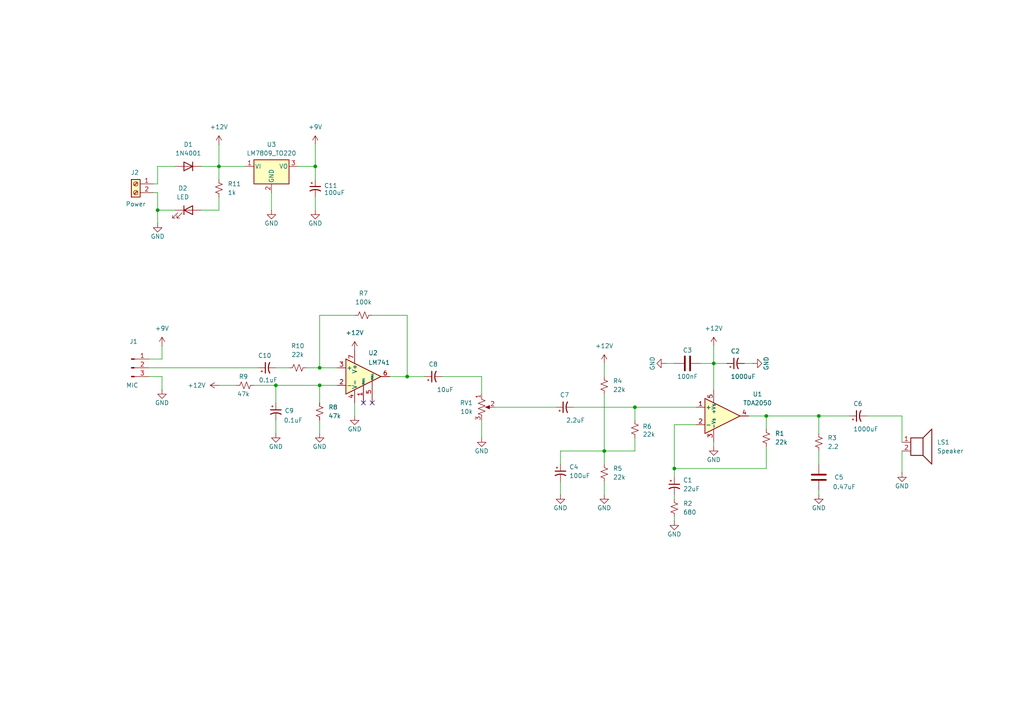
<source format=kicad_sch>
(kicad_sch (version 20231120) (generator "eeschema") (generator_version "8.0")
  (paper "A4")
  (lib_symbols
    (symbol "Amplifier_Audio:TDA2050" (pin_names (offset 0.127))
      (property "Reference" "U" (at 3.81 6.35 0))
      (property "Value" "TDA2050" (at 3.81 3.81 0))
      (symbol "TDA2050_0_1"
        (polyline (pts (xy -5.08 5.08) (xy 5.08 0) (xy -5.08 -5.08) (xy -5.08 5.08)) (stroke (width 0.254)) (fill (type background)))
      )
      (symbol "TDA2050_1_1"
        (pin input line (at -7.62 2.54 0) (length 2.54) (name "+") (number "1"))
        (pin input line (at -7.62 -2.54 0) (length 2.54) (name "-") (number "2"))
        (pin power_in line (at -2.54 -7.62 90) (length 3.81) (name "-Vs") (number "3"))
        (pin output line (at 7.62 0 180) (length 2.54) (name "~") (number "4"))
        (pin power_in line (at -2.54 7.62 270) (length 3.81) (name "+Vs") (number "5"))
      )
    )
    (symbol "Amplifier_Operational:LM741" (pin_names (offset 0.127))
      (property "Reference" "U" (at 0 6.35 0))
      (property "Value" "LM741" (at 0 3.81 0))
      (symbol "LM741_0_1"
        (polyline (pts (xy -5.08 5.08) (xy 5.08 0) (xy -5.08 -5.08) (xy -5.08 5.08)) (stroke (width 0.254)) (fill (type background)))
      )
      (symbol "LM741_1_1"
        (pin input line (at 0 -7.62 90) (length 5.08) (name "NULL") (number "1"))
        (pin input line (at -7.62 -2.54 0) (length 2.54) (name "-") (number "2"))
        (pin input line (at -7.62 2.54 0) (length 2.54) (name "+") (number "3"))
        (pin power_in line (at -2.54 -7.62 90) (length 3.81) (name "V-") (number "4"))
        (pin input line (at 2.54 -7.62 90) (length 6.35) (name "NULL") (number "5"))
        (pin output line (at 7.62 0 180) (length 2.54) (name "~") (number "6"))
        (pin power_in line (at -2.54 7.62 270) (length 3.81) (name "V+") (number "7"))
        (pin no_connect line (at 0 2.54 270) (length 2.54) hide (name "NC") (number "8"))
      )
    )
    (symbol "Connector:Conn_01x03_Pin" (pin_names (offset 1.016) hide)
      (property "Reference" "J" (at 0 5.08 0))
      (property "Value" "Conn_01x03_Pin" (at 0 -5.08 0))
      (symbol "Conn_01x03_Pin_1_1"
        (polyline (pts (xy 1.27 -2.54) (xy 0.8636 -2.54)) (stroke (width 0.1524)))
        (polyline (pts (xy 1.27 0) (xy 0.8636 0)) (stroke (width 0.1524)))
        (polyline (pts (xy 1.27 2.54) (xy 0.8636 2.54)) (stroke (width 0.1524)))
        (rectangle (start 0.8636 -2.413) (end 0 -2.667) (stroke (width 0.1524)) (fill (type outline)))
        (rectangle (start 0.8636 0.127) (end 0 -0.127) (stroke (width 0.1524)) (fill (type outline)))
        (rectangle (start 0.8636 2.667) (end 0 2.413) (stroke (width 0.1524)) (fill (type outline)))
        (pin passive line (at 5.08 2.54 180) (length 3.81) (name "Pin_1") (number "1"))
        (pin passive line (at 5.08 0 180) (length 3.81) (name "Pin_2") (number "2"))
        (pin passive line (at 5.08 -2.54 180) (length 3.81) (name "Pin_3") (number "3"))
      )
    )
    (symbol "Connector:Screw_Terminal_01x02" (pin_names (offset 1.016) hide)
      (property "Reference" "J" (at 0 2.54 0))
      (property "Value" "Screw_Terminal_01x02" (at 0 -5.08 0))
      (symbol "Screw_Terminal_01x02_1_1"
        (rectangle (start -1.27 1.27) (end 1.27 -3.81) (stroke (width 0.254)) (fill (type background)))
        (circle (center 0 -2.54) (radius 0.635) (stroke (width 0.1524)))
        (polyline (pts (xy -0.5334 -2.2098) (xy 0.3302 -3.048)) (stroke (width 0.1524)))
        (polyline (pts (xy -0.5334 0.3302) (xy 0.3302 -0.508)) (stroke (width 0.1524)))
        (polyline (pts (xy -0.3556 -2.032) (xy 0.508 -2.8702)) (stroke (width 0.1524)))
        (polyline (pts (xy -0.3556 0.508) (xy 0.508 -0.3302)) (stroke (width 0.1524)))
        (circle (center 0 0) (radius 0.635) (stroke (width 0.1524)))
        (pin passive line (at -5.08 0 0) (length 3.81) (name "Pin_1") (number "1"))
        (pin passive line (at -5.08 -2.54 0) (length 3.81) (name "Pin_2") (number "2"))
      )
    )
    (symbol "Device:C" (pin_numbers hide) (pin_names (offset 0.254))
      (property "Reference" "C" (at 0.635 2.54 0))
      (property "Value" "C" (at 0.635 -2.54 0))
      (symbol "C_0_1"
        (polyline (pts (xy -2.032 -0.762) (xy 2.032 -0.762)) (stroke (width 0.508)))
        (polyline (pts (xy -2.032 0.762) (xy 2.032 0.762)) (stroke (width 0.508)))
      )
      (symbol "C_1_1"
        (pin passive line (at 0 3.81 270) (length 2.794) (name "~") (number "1"))
        (pin passive line (at 0 -3.81 90) (length 2.794) (name "~") (number "2"))
      )
    )
    (symbol "Device:C_Polarized_Small_US" (pin_numbers hide) (pin_names (offset 0.254) hide)
      (property "Reference" "C" (at 0.254 1.778 0))
      (property "Value" "C_Polarized_Small_US" (at 0.254 -2.032 0))
      (symbol "C_Polarized_Small_US_0_1"
        (polyline (pts (xy -1.524 0.508) (xy 1.524 0.508)) (stroke (width 0.3048)))
        (polyline (pts (xy -1.27 1.524) (xy -0.762 1.524)))
        (polyline (pts (xy -1.016 1.27) (xy -1.016 1.778)))
        (arc (start 1.524 -0.762) (mid 0 -0.3734) (end -1.524 -0.762) (stroke (width 0.3048)))
      )
      (symbol "C_Polarized_Small_US_1_1"
        (pin passive line (at 0 2.54 270) (length 2.032) (name "~") (number "1"))
        (pin passive line (at 0 -2.54 90) (length 2.032) (name "~") (number "2"))
      )
    )
    (symbol "Device:LED" (pin_numbers hide) (pin_names (offset 1.016) hide)
      (property "Reference" "D" (at 0 2.54 0))
      (property "Value" "LED" (at 0 -2.54 0))
      (symbol "LED_0_1"
        (polyline (pts (xy -1.27 -1.27) (xy -1.27 1.27)) (stroke (width 0.254)))
        (polyline (pts (xy -1.27 0) (xy 1.27 0)))
        (polyline (pts (xy 1.27 -1.27) (xy 1.27 1.27) (xy -1.27 0) (xy 1.27 -1.27)) (stroke (width 0.254)))
        (polyline (pts (xy -3.048 -0.762) (xy -4.572 -2.286) (xy -3.81 -2.286) (xy -4.572 -2.286) (xy -4.572 -1.524)))
        (polyline (pts (xy -1.778 -0.762) (xy -3.302 -2.286) (xy -2.54 -2.286) (xy -3.302 -2.286) (xy -3.302 -1.524)))
      )
      (symbol "LED_1_1"
        (pin passive line (at -3.81 0 0) (length 2.54) (name "K") (number "1"))
        (pin passive line (at 3.81 0 180) (length 2.54) (name "A") (number "2"))
      )
    )
    (symbol "Device:R_Potentiometer_US" (pin_names (offset 1.016) hide)
      (property "Reference" "RV" (at -4.445 0 90))
      (property "Value" "R_Potentiometer_US" (at -2.54 0 90))
      (symbol "R_Potentiometer_US_0_1"
        (polyline (pts (xy 0 -2.286) (xy 0 -2.54)))
        (polyline (pts (xy 0 2.54) (xy 0 2.286)))
        (polyline (pts (xy 2.54 0) (xy 1.524 0)))
        (polyline (pts (xy 1.143 0) (xy 2.286 0.508) (xy 2.286 -0.508) (xy 1.143 0)) (fill (type outline)))
        (polyline (pts (xy 0 -0.762) (xy 1.016 -1.143) (xy 0 -1.524) (xy -1.016 -1.905) (xy 0 -2.286)))
        (polyline (pts (xy 0 0.762) (xy 1.016 0.381) (xy 0 0) (xy -1.016 -0.381) (xy 0 -0.762)))
        (polyline (pts (xy 0 2.286) (xy 1.016 1.905) (xy 0 1.524) (xy -1.016 1.143) (xy 0 0.762)))
      )
      (symbol "R_Potentiometer_US_1_1"
        (pin passive line (at 0 3.81 270) (length 1.27) (name "1") (number "1"))
        (pin passive line (at 3.81 0 180) (length 1.27) (name "2") (number "2"))
        (pin passive line (at 0 -3.81 90) (length 1.27) (name "3") (number "3"))
      )
    )
    (symbol "Device:R_Small_US" (pin_numbers hide) (pin_names (offset 0.254) hide)
      (property "Reference" "R" (at 0.762 0.508 0))
      (property "Value" "R_Small_US" (at 0.762 -1.016 0))
      (symbol "R_Small_US_1_1"
        (polyline (pts (xy 0 0) (xy 1.016 -0.381) (xy 0 -0.762) (xy -1.016 -1.143) (xy 0 -1.524)))
        (polyline (pts (xy 0 1.524) (xy 1.016 1.143) (xy 0 0.762) (xy -1.016 0.381) (xy 0 0)))
        (pin passive line (at 0 2.54 270) (length 1.016) (name "~") (number "1"))
        (pin passive line (at 0 -2.54 90) (length 1.016) (name "~") (number "2"))
      )
    )
    (symbol "Device:Speaker" (pin_names (offset 0) hide)
      (property "Reference" "LS" (at 1.27 5.715 0))
      (property "Value" "Speaker" (at 1.27 3.81 0))
      (symbol "Speaker_0_0"
        (rectangle (start -2.54 1.27) (end 1.016 -3.81) (stroke (width 0.254)))
        (polyline (pts (xy 1.016 1.27) (xy 3.556 3.81) (xy 3.556 -6.35) (xy 1.016 -3.81)) (stroke (width 0.254)))
      )
      (symbol "Speaker_1_1"
        (pin input line (at -5.08 0 0) (length 2.54) (name "1") (number "1"))
        (pin input line (at -5.08 -2.54 0) (length 2.54) (name "2") (number "2"))
      )
    )
    (symbol "Diode:1N4001" (pin_numbers hide) (pin_names hide)
      (property "Reference" "D" (at 0 2.54 0))
      (property "Value" "1N4001" (at 0 -2.54 0))
      (symbol "1N4001_0_1"
        (polyline (pts (xy -1.27 1.27) (xy -1.27 -1.27)) (stroke (width 0.254)))
        (polyline (pts (xy 1.27 0) (xy -1.27 0)))
        (polyline (pts (xy 1.27 1.27) (xy 1.27 -1.27) (xy -1.27 0) (xy 1.27 1.27)) (stroke (width 0.254)))
      )
      (symbol "1N4001_1_1"
        (pin passive line (at -3.81 0 0) (length 2.54) (name "K") (number "1"))
        (pin passive line (at 3.81 0 180) (length 2.54) (name "A") (number "2"))
      )
    )
    (symbol "Regulator_Linear:LM7809_TO220" (pin_names (offset 0.254))
      (property "Reference" "U" (at -3.81 3.175 0))
      (property "Value" "LM7809_TO220" (at 0 3.175 0))
      (symbol "LM7809_TO220_0_1"
        (rectangle (start -5.08 1.905) (end 5.08 -5.08) (stroke (width 0.254)) (fill (type background)))
      )
      (symbol "LM7809_TO220_1_1"
        (pin power_in line (at -7.62 0 0) (length 2.54) (name "VI") (number "1"))
        (pin power_in line (at 0 -7.62 90) (length 2.54) (name "GND") (number "2"))
        (pin power_out line (at 7.62 0 180) (length 2.54) (name "VO") (number "3"))
      )
    )
    (symbol "power:+12V" (power) (pin_numbers hide) (pin_names (offset 0) hide)
      (property "Value" "+12V" (at 0 3.556 0))
      (symbol "+12V_0_1"
        (polyline (pts (xy -0.762 1.27) (xy 0 2.54)))
        (polyline (pts (xy 0 0) (xy 0 2.54)))
        (polyline (pts (xy 0 2.54) (xy 0.762 1.27)))
      )
      (symbol "+12V_1_1"
        (pin power_in line (at 0 0 90) (length 0) (name "~") (number "1"))
      )
    )
    (symbol "power:GND" (power) (pin_numbers hide) (pin_names (offset 0) hide)
      (property "Value" "GND" (at 0 -3.81 0))
      (symbol "GND_0_1"
        (polyline (pts (xy 0 0) (xy 0 -1.27) (xy 1.27 -1.27) (xy 0 -2.54) (xy -1.27 -1.27) (xy 0 -1.27)))
      )
      (symbol "GND_1_1"
        (pin power_in line (at 0 0 270) (length 0) (name "~") (number "1"))
      )
    )
  )
  (junction (at 45.72 60.96))
  (junction (at 237.49 120.65))
  (junction (at 91.44 48.26))
  (junction (at 80.01 111.76))
  (junction (at 195.58 135.89))
  (junction (at 63.5 48.26))
  (junction (at 175.26 130.81))
  (junction (at 207.01 105.41))
  (junction (at 184.15 118.11))
  (junction (at 92.71 111.76))
  (junction (at 92.71 106.68))
  (junction (at 118.11 109.22))
  (junction (at 222.25 120.65))
  (no_connect (at 107.95 116.84))
  (no_connect (at 105.41 116.84))
  (wire (pts (xy 175.26 114.3) (xy 175.26 130.81)))
  (wire (pts (xy 128.27 109.22) (xy 139.7 109.22)))
  (wire (pts (xy 184.15 118.11) (xy 184.15 121.92)))
  (wire (pts (xy 162.56 134.62) (xy 162.56 130.81)))
  (wire (pts (xy 50.8 60.96) (xy 45.72 60.96)))
  (wire (pts (xy 92.71 121.92) (xy 92.71 125.73)))
  (wire (pts (xy 46.99 109.22) (xy 43.18 109.22)))
  (wire (pts (xy 143.51 118.11) (xy 161.29 118.11)))
  (wire (pts (xy 207.01 105.41) (xy 207.01 113.03)))
  (wire (pts (xy 166.37 118.11) (xy 184.15 118.11)))
  (wire (pts (xy 162.56 130.81) (xy 175.26 130.81)))
  (wire (pts (xy 203.2 105.41) (xy 207.01 105.41)))
  (wire (pts (xy 195.58 123.19) (xy 201.93 123.19)))
  (wire (pts (xy 251.46 120.65) (xy 261.62 120.65)))
  (wire (pts (xy 139.7 121.92) (xy 139.7 127)))
  (wire (pts (xy 88.9 106.68) (xy 92.71 106.68)))
  (wire (pts (xy 222.25 120.65) (xy 237.49 120.65)))
  (wire (pts (xy 222.25 120.65) (xy 222.25 124.46)))
  (wire (pts (xy 237.49 120.65) (xy 237.49 125.73)))
  (wire (pts (xy 222.25 135.89) (xy 195.58 135.89)))
  (wire (pts (xy 80.01 106.68) (xy 83.82 106.68)))
  (wire (pts (xy 195.58 149.86) (xy 195.58 151.13)))
  (wire (pts (xy 118.11 91.44) (xy 118.11 109.22)))
  (wire (pts (xy 80.01 111.76) (xy 80.01 116.84)))
  (wire (pts (xy 222.25 129.54) (xy 222.25 135.89)))
  (wire (pts (xy 63.5 57.15) (xy 63.5 60.96)))
  (wire (pts (xy 207.01 105.41) (xy 210.82 105.41)))
  (wire (pts (xy 44.45 53.34) (xy 45.72 53.34)))
  (wire (pts (xy 175.26 130.81) (xy 184.15 130.81)))
  (wire (pts (xy 237.49 130.81) (xy 237.49 134.62)))
  (wire (pts (xy 92.71 111.76) (xy 92.71 116.84)))
  (wire (pts (xy 184.15 118.11) (xy 201.93 118.11)))
  (wire (pts (xy 63.5 41.91) (xy 63.5 48.26)))
  (wire (pts (xy 113.03 109.22) (xy 118.11 109.22)))
  (wire (pts (xy 217.17 120.65) (xy 222.25 120.65)))
  (wire (pts (xy 195.58 143.51) (xy 195.58 144.78)))
  (wire (pts (xy 261.62 130.81) (xy 261.62 137.16)))
  (wire (pts (xy 261.62 120.65) (xy 261.62 128.27)))
  (wire (pts (xy 43.18 106.68) (xy 74.93 106.68)))
  (wire (pts (xy 46.99 113.03) (xy 46.99 109.22)))
  (wire (pts (xy 215.9 105.41) (xy 218.44 105.41)))
  (wire (pts (xy 63.5 60.96) (xy 58.42 60.96)))
  (wire (pts (xy 175.26 139.7) (xy 175.26 143.51)))
  (wire (pts (xy 139.7 109.22) (xy 139.7 114.3)))
  (wire (pts (xy 46.99 104.14) (xy 43.18 104.14)))
  (wire (pts (xy 71.12 48.26) (xy 63.5 48.26)))
  (wire (pts (xy 78.74 55.88) (xy 78.74 60.96)))
  (wire (pts (xy 193.04 105.41) (xy 195.58 105.41)))
  (wire (pts (xy 207.01 100.33) (xy 207.01 105.41)))
  (wire (pts (xy 91.44 41.91) (xy 91.44 48.26)))
  (wire (pts (xy 195.58 135.89) (xy 195.58 123.19)))
  (wire (pts (xy 45.72 60.96) (xy 45.72 55.88)))
  (wire (pts (xy 80.01 111.76) (xy 92.71 111.76)))
  (wire (pts (xy 45.72 55.88) (xy 44.45 55.88)))
  (wire (pts (xy 91.44 48.26) (xy 91.44 52.07)))
  (wire (pts (xy 73.66 111.76) (xy 80.01 111.76)))
  (wire (pts (xy 92.71 91.44) (xy 92.71 106.68)))
  (wire (pts (xy 80.01 121.92) (xy 80.01 125.73)))
  (wire (pts (xy 63.5 48.26) (xy 63.5 52.07)))
  (wire (pts (xy 102.87 116.84) (xy 102.87 120.65)))
  (wire (pts (xy 97.79 111.76) (xy 92.71 111.76)))
  (wire (pts (xy 91.44 57.15) (xy 91.44 60.96)))
  (wire (pts (xy 45.72 48.26) (xy 50.8 48.26)))
  (wire (pts (xy 86.36 48.26) (xy 91.44 48.26)))
  (wire (pts (xy 237.49 120.65) (xy 246.38 120.65)))
  (wire (pts (xy 175.26 130.81) (xy 175.26 134.62)))
  (wire (pts (xy 45.72 60.96) (xy 45.72 64.77)))
  (wire (pts (xy 184.15 127) (xy 184.15 130.81)))
  (wire (pts (xy 107.95 91.44) (xy 118.11 91.44)))
  (wire (pts (xy 92.71 106.68) (xy 97.79 106.68)))
  (wire (pts (xy 63.5 111.76) (xy 68.58 111.76)))
  (wire (pts (xy 46.99 100.33) (xy 46.99 104.14)))
  (wire (pts (xy 237.49 142.24) (xy 237.49 143.51)))
  (wire (pts (xy 118.11 109.22) (xy 123.19 109.22)))
  (wire (pts (xy 207.01 128.27) (xy 207.01 129.54)))
  (wire (pts (xy 175.26 105.41) (xy 175.26 109.22)))
  (wire (pts (xy 195.58 135.89) (xy 195.58 138.43)))
  (wire (pts (xy 45.72 53.34) (xy 45.72 48.26)))
  (wire (pts (xy 58.42 48.26) (xy 63.5 48.26)))
  (wire (pts (xy 102.87 91.44) (xy 92.71 91.44)))
  (wire (pts (xy 162.56 139.7) (xy 162.56 143.51)))
  (symbol (lib_id "power:+12V") (at 102.87 101.6 0) (unit 1)
    (property "Reference" "#PWR012" (effects (hide yes)))
    (property "Value" "+12V" (at 102.87 96.52 0))
    (property "Description" "Power symbol creates a global label with name \"+12V\"" (effects (hide yes)))
  )
  (symbol (lib_id "Device:R_Small_US") (at 237.49 128.27 0) (unit 1)
    (property "Reference" "R3" (at 240.03 126.9999 0) (effects (justify left)))
    (property "Value" "2.2" (at 240.03 129.5399 0) (effects (justify left)))
    (property "Footprint" "Resistor_THT:R_Axial_DIN0207_L6.3mm_D2.5mm_P10.16mm_Horizontal" (effects (hide yes)))
    (property "Description" "Resistor, small US symbol" (effects (hide yes)))
  )
  (symbol (lib_id "Device:C") (at 237.49 138.43 0) (unit 1)
    (property "Reference" "C5" (at 243.332 138.43 0))
    (property "Value" "0.47uF" (at 244.856 141.224 0))
    (property "Footprint" "Capacitor_THT:C_Disc_D3.8mm_W2.6mm_P2.50mm" (effects (hide yes)))
    (property "Description" "Unpolarized capacitor" (effects (hide yes)))
  )
  (symbol (lib_id "Device:R_Small_US") (at 86.36 106.68 90) (unit 1)
    (property "Reference" "R10" (at 86.36 100.33 90))
    (property "Value" "22k" (at 86.36 102.87 90))
    (property "Footprint" "Resistor_THT:R_Axial_DIN0207_L6.3mm_D2.5mm_P10.16mm_Horizontal" (effects (hide yes)))
    (property "Description" "Resistor, small US symbol" (effects (hide yes)))
  )
  (symbol (lib_id "Connector:Conn_01x03_Pin") (at 38.1 106.68 0) (unit 1)
    (property "Reference" "J1" (at 38.735 99.06 0))
    (property "Value" "MIC" (at 38.354 111.76 0))
    (property "Footprint" "Connector_PinHeader_2.54mm:PinHeader_1x03_P2.54mm_Horizontal" (effects (hide yes)))
    (property "Description" "Generic connector, single row, 01x03, script generated" (effects (hide yes)))
  )
  (symbol (lib_id "power:GND") (at 46.99 113.03 0) (unit 1)
    (property "Reference" "#PWR017" (effects (hide yes)))
    (property "Value" "GND" (at 46.99 116.84 0))
    (property "Description" "Power symbol creates a global label with name \"GND\" , ground" (effects (hide yes)))
  )
  (symbol (lib_id "Device:C_Polarized_Small_US") (at 162.56 137.16 0) (unit 1)
    (property "Reference" "C4" (at 165.1 135.4581 0) (effects (justify left)))
    (property "Value" "100uF" (at 165.1 137.9981 0) (effects (justify left)))
    (property "Footprint" "Capacitor_THT:CP_Radial_D5.0mm_P2.50mm" (effects (hide yes)))
    (property "Description" "Polarized capacitor, small US symbol" (effects (hide yes)))
  )
  (symbol (lib_id "Amplifier_Audio:TDA2050") (at 209.55 120.65 0) (unit 1)
    (property "Reference" "U1" (at 219.71 114.3314 0))
    (property "Value" "TDA2050" (at 219.71 116.8714 0))
    (property "Footprint" "Package_TO_SOT_THT:TO-220-5_P3.4x3.7mm_StaggerOdd_Lead3.8mm_Vertical" (effects (hide yes)))
    (property "Datasheet" "http://www.st.com/resource/en/datasheet/cd00000131.pdf" (effects (hide yes)))
    (property "Description" "32W Hi-Fi Audio Amplifier, TO-220-5" (effects (hide yes)))
  )
  (symbol (lib_id "power:GND") (at 162.56 143.51 0) (unit 1)
    (property "Reference" "#PWR07" (effects (hide yes)))
    (property "Value" "GND" (at 162.56 147.32 0))
    (property "Description" "Power symbol creates a global label with name \"GND\" , ground" (effects (hide yes)))
  )
  (symbol (lib_id "power:+12V") (at 91.44 41.91 0) (unit 1)
    (property "Reference" "#PWR022" (effects (hide yes)))
    (property "Value" "+9V" (at 91.44 36.83 0))
    (property "Description" "Power symbol creates a global label with name \"+12V\"" (effects (hide yes)))
  )
  (symbol (lib_id "Device:R_Small_US") (at 222.25 127 0) (unit 1)
    (property "Reference" "R1" (at 224.79 125.7299 0) (effects (justify left)))
    (property "Value" "22k" (at 224.79 128.2699 0) (effects (justify left)))
    (property "Footprint" "Resistor_THT:R_Axial_DIN0207_L6.3mm_D2.5mm_P10.16mm_Horizontal" (effects (hide yes)))
    (property "Description" "Resistor, small US symbol" (effects (hide yes)))
  )
  (symbol (lib_id "Device:R_Small_US") (at 175.26 111.76 0) (unit 1)
    (property "Reference" "R4" (at 177.8 110.4899 0) (effects (justify left)))
    (property "Value" "22k" (at 177.8 113.0299 0) (effects (justify left)))
    (property "Footprint" "Resistor_THT:R_Axial_DIN0207_L6.3mm_D2.5mm_P10.16mm_Horizontal" (effects (hide yes)))
    (property "Description" "Resistor, small US symbol" (effects (hide yes)))
  )
  (symbol (lib_id "Device:R_Small_US") (at 71.12 111.76 90) (unit 1)
    (property "Reference" "R9" (at 70.612 109.22 90))
    (property "Value" "47k" (at 70.612 114.3 90))
    (property "Footprint" "Resistor_THT:R_Axial_DIN0207_L6.3mm_D2.5mm_P10.16mm_Horizontal" (effects (hide yes)))
    (property "Description" "Resistor, small US symbol" (effects (hide yes)))
  )
  (symbol (lib_id "Device:R_Small_US") (at 92.71 119.38 0) (unit 1)
    (property "Reference" "R8" (at 95.25 118.1099 0) (effects (justify left)))
    (property "Value" "47k" (at 95.25 120.6499 0) (effects (justify left)))
    (property "Footprint" "Resistor_THT:R_Axial_DIN0207_L6.3mm_D2.5mm_P10.16mm_Horizontal" (effects (hide yes)))
    (property "Description" "Resistor, small US symbol" (effects (hide yes)))
  )
  (symbol (lib_id "Device:LED") (at 54.61 60.96 0) (unit 1)
    (property "Reference" "D2" (at 53.0225 54.61 0))
    (property "Value" "LED" (at 53.0225 57.15 0))
    (property "Footprint" "LED_THT:LED_D3.0mm_Clear" (effects (hide yes)))
    (property "Description" "Light emitting diode" (effects (hide yes)))
  )
  (symbol (lib_id "Connector:Screw_Terminal_01x02") (at 39.37 53.34 0) (mirror y) (unit 1)
    (property "Reference" "J2" (at 39.116 50.038 0))
    (property "Value" "Power" (at 39.37 59.182 0))
    (property "Footprint" "TerminalBlock:TerminalBlock_bornier-2_P5.08mm" (effects (hide yes)))
    (property "Description" "Generic screw terminal, single row, 01x02, script generated (kicad-library-utils/schlib/autogen/connector/)" (effects (hide yes)))
  )
  (symbol (lib_id "power:GND") (at 218.44 105.41 90) (unit 1)
    (property "Reference" "#PWR03" (effects (hide yes)))
    (property "Value" "GND" (at 222.25 105.41 0))
    (property "Description" "Power symbol creates a global label with name \"GND\" , ground" (effects (hide yes)))
  )
  (symbol (lib_id "Device:C_Polarized_Small_US") (at 163.83 118.11 90) (unit 1)
    (property "Reference" "C7" (at 165.1 114.554 90) (effects (justify left)))
    (property "Value" "2.2uF" (at 169.672 121.92 90) (effects (justify left)))
    (property "Footprint" "Capacitor_THT:CP_Radial_D5.0mm_P2.50mm" (effects (hide yes)))
    (property "Description" "Polarized capacitor, small US symbol" (effects (hide yes)))
  )
  (symbol (lib_id "Regulator_Linear:LM7809_TO220") (at 78.74 48.26 0) (unit 1)
    (property "Reference" "U3" (at 78.74 41.91 0))
    (property "Value" "LM7809_TO220" (at 78.74 44.45 0))
    (property "Footprint" "Package_TO_SOT_THT:TO-220-3_Vertical" (effects (hide yes)))
    (property "Datasheet" "https://www.onsemi.cn/PowerSolutions/document/MC7800-D.PDF" (effects (hide yes)))
    (property "Description" "Positive 1A 35V Linear Regulator, Fixed Output 9V, TO-220" (effects (hide yes)))
  )
  (symbol (lib_id "Device:R_Small_US") (at 184.15 124.46 180) (unit 1)
    (property "Reference" "R6" (at 187.706 123.698 0))
    (property "Value" "22k" (at 188.214 125.984 0))
    (property "Footprint" "Resistor_THT:R_Axial_DIN0207_L6.3mm_D2.5mm_P10.16mm_Horizontal" (effects (hide yes)))
    (property "Description" "Resistor, small US symbol" (effects (hide yes)))
  )
  (symbol (lib_id "Device:R_Small_US") (at 175.26 137.16 0) (unit 1)
    (property "Reference" "R5" (at 177.8 135.8899 0) (effects (justify left)))
    (property "Value" "22k" (at 177.8 138.4299 0) (effects (justify left)))
    (property "Footprint" "Resistor_THT:R_Axial_DIN0207_L6.3mm_D2.5mm_P10.16mm_Horizontal" (effects (hide yes)))
    (property "Description" "Resistor, small US symbol" (effects (hide yes)))
  )
  (symbol (lib_id "power:+12V") (at 63.5 111.76 90) (unit 1)
    (property "Reference" "#PWR015" (effects (hide yes)))
    (property "Value" "+12V" (at 59.69 111.7599 90) (effects (justify left)))
    (property "Description" "Power symbol creates a global label with name \"+12V\"" (effects (hide yes)))
  )
  (symbol (lib_id "power:GND") (at 195.58 151.13 0) (unit 1)
    (property "Reference" "#PWR02" (effects (hide yes)))
    (property "Value" "GND" (at 195.58 154.94 0))
    (property "Description" "Power symbol creates a global label with name \"GND\" , ground" (effects (hide yes)))
  )
  (symbol (lib_id "power:GND") (at 139.7 127 0) (unit 1)
    (property "Reference" "#PWR011" (effects (hide yes)))
    (property "Value" "GND" (at 139.7 130.81 0))
    (property "Description" "Power symbol creates a global label with name \"GND\" , ground" (effects (hide yes)))
  )
  (symbol (lib_id "Device:C_Polarized_Small_US") (at 213.36 105.41 90) (unit 1)
    (property "Reference" "C2" (at 214.63 101.854 90) (effects (justify left)))
    (property "Value" "1000uF" (at 219.202 109.22 90) (effects (justify left)))
    (property "Footprint" "Capacitor_THT:CP_Radial_D6.3mm_P2.50mm" (effects (hide yes)))
    (property "Description" "Polarized capacitor, small US symbol" (effects (hide yes)))
  )
  (symbol (lib_id "power:GND") (at 261.62 137.16 0) (unit 1)
    (property "Reference" "#PWR010" (effects (hide yes)))
    (property "Value" "GND" (at 261.62 140.97 0))
    (property "Description" "Power symbol creates a global label with name \"GND\" , ground" (effects (hide yes)))
  )
  (symbol (lib_id "Device:C_Polarized_Small_US") (at 125.73 109.22 90) (unit 1)
    (property "Reference" "C8" (at 127 105.664 90) (effects (justify left)))
    (property "Value" "10uF" (at 131.572 113.03 90) (effects (justify left)))
    (property "Footprint" "Capacitor_THT:CP_Radial_D5.0mm_P2.50mm" (effects (hide yes)))
    (property "Description" "Polarized capacitor, small US symbol" (effects (hide yes)))
  )
  (symbol (lib_id "power:GND") (at 92.71 125.73 0) (unit 1)
    (property "Reference" "#PWR014" (effects (hide yes)))
    (property "Value" "GND" (at 92.71 129.54 0))
    (property "Description" "Power symbol creates a global label with name \"GND\" , ground" (effects (hide yes)))
  )
  (symbol (lib_id "power:+12V") (at 63.5 41.91 0) (unit 1)
    (property "Reference" "#PWR021" (effects (hide yes)))
    (property "Value" "+12V" (at 63.5 36.83 0))
    (property "Description" "Power symbol creates a global label with name \"+12V\"" (effects (hide yes)))
  )
  (symbol (lib_id "power:GND") (at 175.26 143.51 0) (unit 1)
    (property "Reference" "#PWR06" (effects (hide yes)))
    (property "Value" "GND" (at 175.26 147.32 0))
    (property "Description" "Power symbol creates a global label with name \"GND\" , ground" (effects (hide yes)))
  )
  (symbol (lib_id "Amplifier_Operational:LM741") (at 105.41 109.22 0) (unit 1)
    (property "Reference" "U2" (at 108.204 102.362 0))
    (property "Value" "LM741" (at 109.982 105.156 0))
    (property "Footprint" "Package_DIP:DIP-8_W7.62mm_LongPads" (effects (hide yes)))
    (property "Datasheet" "http://www.ti.com/lit/ds/symlink/lm741.pdf" (effects (hide yes)))
    (property "Description" "Operational Amplifier, DIP-8/TO-99-8" (effects (hide yes)))
  )
  (symbol (lib_id "power:GND") (at 193.04 105.41 270) (unit 1)
    (property "Reference" "#PWR05" (effects (hide yes)))
    (property "Value" "GND" (at 189.23 105.41 0))
    (property "Description" "Power symbol creates a global label with name \"GND\" , ground" (effects (hide yes)))
  )
  (symbol (lib_id "Device:R_Small_US") (at 105.41 91.44 90) (unit 1)
    (property "Reference" "R7" (at 105.41 85.09 90))
    (property "Value" "100k" (at 105.41 87.63 90))
    (property "Footprint" "Resistor_THT:R_Axial_DIN0207_L6.3mm_D2.5mm_P10.16mm_Horizontal" (effects (hide yes)))
    (property "Description" "Resistor, small US symbol" (effects (hide yes)))
  )
  (symbol (lib_id "power:+12V") (at 207.01 100.33 0) (unit 1)
    (property "Reference" "#PWR04" (effects (hide yes)))
    (property "Value" "+12V" (at 207.01 95.25 0))
    (property "Description" "Power symbol creates a global label with name \"+12V\"" (effects (hide yes)))
  )
  (symbol (lib_id "Device:C_Polarized_Small_US") (at 91.44 54.61 0) (unit 1)
    (property "Reference" "C11" (at 93.98 53.848 0) (effects (justify left)))
    (property "Value" "100uF" (at 93.98 55.88 0) (effects (justify left)))
    (property "Footprint" "Capacitor_THT:CP_Radial_D5.0mm_P2.50mm" (effects (hide yes)))
    (property "Description" "Polarized capacitor, small US symbol" (effects (hide yes)))
  )
  (symbol (lib_id "Device:C_Polarized_Small_US") (at 80.01 119.38 0) (unit 1)
    (property "Reference" "C9" (at 82.55 119.126 0) (effects (justify left)))
    (property "Value" "0.1uF" (at 82.296 121.92 0) (effects (justify left)))
    (property "Footprint" "Capacitor_THT:CP_Radial_D5.0mm_P2.50mm" (effects (hide yes)))
    (property "Description" "Polarized capacitor, small US symbol" (effects (hide yes)))
  )
  (symbol (lib_id "Device:R_Small_US") (at 195.58 147.32 0) (unit 1)
    (property "Reference" "R2" (at 198.12 146.0499 0) (effects (justify left)))
    (property "Value" "680" (at 198.12 148.5899 0) (effects (justify left)))
    (property "Footprint" "Resistor_THT:R_Axial_DIN0207_L6.3mm_D2.5mm_P10.16mm_Horizontal" (effects (hide yes)))
    (property "Description" "Resistor, small US symbol" (effects (hide yes)))
  )
  (symbol (lib_id "Device:R_Small_US") (at 63.5 54.61 180) (unit 1)
    (property "Reference" "R11" (at 66.04 53.3399 0) (effects (justify right)))
    (property "Value" "1k" (at 66.04 55.8799 0) (effects (justify right)))
    (property "Footprint" "Resistor_THT:R_Axial_DIN0207_L6.3mm_D2.5mm_P10.16mm_Horizontal" (effects (hide yes)))
    (property "Description" "Resistor, small US symbol" (effects (hide yes)))
  )
  (symbol (lib_id "power:GND") (at 78.74 60.96 0) (unit 1)
    (property "Reference" "#PWR019" (effects (hide yes)))
    (property "Value" "GND" (at 78.74 64.77 0))
    (property "Description" "Power symbol creates a global label with name \"GND\" , ground" (effects (hide yes)))
  )
  (symbol (lib_id "Device:C") (at 199.39 105.41 90) (unit 1)
    (property "Reference" "C3" (at 199.39 101.6 90))
    (property "Value" "100nF" (at 199.39 109.22 90))
    (property "Footprint" "Capacitor_THT:C_Disc_D3.8mm_W2.6mm_P2.50mm" (effects (hide yes)))
    (property "Description" "Unpolarized capacitor" (effects (hide yes)))
  )
  (symbol (lib_id "Device:C_Polarized_Small_US") (at 77.47 106.68 90) (unit 1)
    (property "Reference" "C10" (at 78.74 103.124 90) (effects (justify left)))
    (property "Value" "0.1uF" (at 80.518 110.236 90) (effects (justify left)))
    (property "Footprint" "Capacitor_THT:CP_Radial_D5.0mm_P2.50mm" (effects (hide yes)))
    (property "Description" "Polarized capacitor, small US symbol" (effects (hide yes)))
  )
  (symbol (lib_id "power:+12V") (at 46.99 100.33 0) (unit 1)
    (property "Reference" "#PWR023" (effects (hide yes)))
    (property "Value" "+9V" (at 46.99 95.25 0))
    (property "Description" "Power symbol creates a global label with name \"+12V\"" (effects (hide yes)))
  )
  (symbol (lib_id "Device:C_Polarized_Small_US") (at 248.92 120.65 90) (unit 1)
    (property "Reference" "C6" (at 250.19 117.094 90) (effects (justify left)))
    (property "Value" "1000uF" (at 254.762 124.46 90) (effects (justify left)))
    (property "Footprint" "Capacitor_THT:CP_Radial_D5.0mm_P2.50mm" (effects (hide yes)))
    (property "Description" "Polarized capacitor, small US symbol" (effects (hide yes)))
  )
  (symbol (lib_id "Diode:1N4001") (at 54.61 48.26 180) (unit 1)
    (property "Reference" "D1" (at 54.61 41.91 0))
    (property "Value" "1N4001" (at 54.61 44.45 0))
    (property "Footprint" "Diode_THT:D_DO-41_SOD81_P10.16mm_Horizontal" (effects (hide yes)))
    (property "Datasheet" "http://www.vishay.com/docs/88503/1n4001.pdf" (effects (hide yes)))
    (property "Description" "50V 1A General Purpose Rectifier Diode, DO-41" (effects (hide yes)))
    (property "Sim.Device" "D" (effects (hide yes)))
    (property "Sim.Pins" "1=K 2=A" (effects (hide yes)))
  )
  (symbol (lib_id "power:GND") (at 80.01 125.73 0) (unit 1)
    (property "Reference" "#PWR016" (effects (hide yes)))
    (property "Value" "GND" (at 80.01 129.54 0))
    (property "Description" "Power symbol creates a global label with name \"GND\" , ground" (effects (hide yes)))
  )
  (symbol (lib_id "power:GND") (at 237.49 143.51 0) (unit 1)
    (property "Reference" "#PWR09" (effects (hide yes)))
    (property "Value" "GND" (at 237.49 147.32 0))
    (property "Description" "Power symbol creates a global label with name \"GND\" , ground" (effects (hide yes)))
  )
  (symbol (lib_id "power:GND") (at 207.01 129.54 0) (unit 1)
    (property "Reference" "#PWR01" (effects (hide yes)))
    (property "Value" "GND" (at 207.01 133.35 0))
    (property "Description" "Power symbol creates a global label with name \"GND\" , ground" (effects (hide yes)))
  )
  (symbol (lib_id "power:GND") (at 91.44 60.96 0) (unit 1)
    (property "Reference" "#PWR020" (effects (hide yes)))
    (property "Value" "GND" (at 91.44 64.77 0))
    (property "Description" "Power symbol creates a global label with name \"GND\" , ground" (effects (hide yes)))
  )
  (symbol (lib_id "Device:C_Polarized_Small_US") (at 195.58 140.97 0) (unit 1)
    (property "Reference" "C1" (at 198.12 139.2681 0) (effects (justify left)))
    (property "Value" "22uF" (at 198.12 141.8081 0) (effects (justify left)))
    (property "Footprint" "Capacitor_THT:CP_Radial_D5.0mm_P2.50mm" (effects (hide yes)))
    (property "Description" "Polarized capacitor, small US symbol" (effects (hide yes)))
  )
  (symbol (lib_id "Device:Speaker") (at 266.7 128.27 0) (unit 1)
    (property "Reference" "LS1" (at 271.78 128.2699 0) (effects (justify left)))
    (property "Value" "Speaker" (at 271.78 130.8099 0) (effects (justify left)))
    (property "Footprint" "TerminalBlock:TerminalBlock_bornier-2_P5.08mm" (effects (hide yes)))
    (property "Description" "Speaker" (effects (hide yes)))
  )
  (symbol (lib_id "power:GND") (at 102.87 120.65 0) (unit 1)
    (property "Reference" "#PWR013" (effects (hide yes)))
    (property "Value" "GND" (at 102.87 124.46 0))
    (property "Description" "Power symbol creates a global label with name \"GND\" , ground" (effects (hide yes)))
  )
  (symbol (lib_id "Device:R_Potentiometer_US") (at 139.7 118.11 0) (unit 1)
    (property "Reference" "RV1" (at 137.16 116.8399 0) (effects (justify right)))
    (property "Value" "10k" (at 137.16 119.3799 0) (effects (justify right)))
    (property "Footprint" "Potentiometer_THT:Potentiometer_Alps_RK09Y11_Single_Horizontal" (effects (hide yes)))
    (property "Description" "Potentiometer, US symbol" (effects (hide yes)))
  )
  (symbol (lib_id "power:+12V") (at 175.26 105.41 0) (unit 1)
    (property "Reference" "#PWR08" (effects (hide yes)))
    (property "Value" "+12V" (at 175.26 100.33 0))
    (property "Description" "Power symbol creates a global label with name \"+12V\"" (effects (hide yes)))
  )
  (symbol (lib_id "power:GND") (at 45.72 64.77 0) (unit 1)
    (property "Reference" "#PWR018" (effects (hide yes)))
    (property "Value" "GND" (at 45.72 68.58 0))
    (property "Description" "Power symbol creates a global label with name \"GND\" , ground" (effects (hide yes)))
  )
)
</source>
